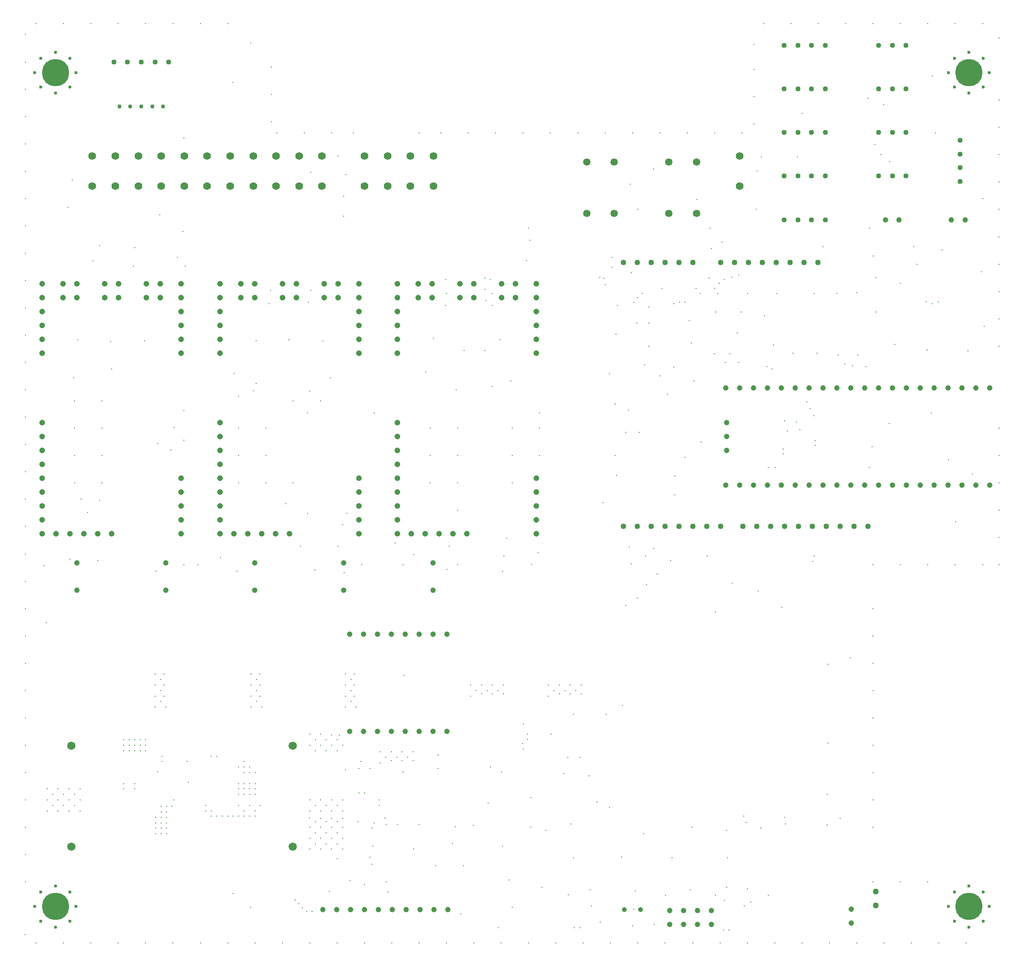
<source format=gbr>
%TF.GenerationSoftware,KiCad,Pcbnew,7.0.11+1*%
%TF.CreationDate,2024-04-25T18:59:41+00:00*%
%TF.ProjectId,OpenMowerMainboard,4f70656e-4d6f-4776-9572-4d61696e626f,rev?*%
%TF.SameCoordinates,Original*%
%TF.FileFunction,Plated,1,2,PTH,Mixed*%
%TF.FilePolarity,Positive*%
%FSLAX46Y46*%
G04 Gerber Fmt 4.6, Leading zero omitted, Abs format (unit mm)*
G04 Created by KiCad (PCBNEW 7.0.11+1) date 2024-04-25 18:59:41*
%MOMM*%
%LPD*%
G01*
G04 APERTURE LIST*
%TA.AperFunction,ViaDrill*%
%ADD10C,0.300000*%
%TD*%
%TA.AperFunction,ComponentDrill*%
%ADD11C,0.600000*%
%TD*%
%TA.AperFunction,ComponentDrill*%
%ADD12C,0.750000*%
%TD*%
%TA.AperFunction,ComponentDrill*%
%ADD13C,0.900000*%
%TD*%
%TA.AperFunction,ComponentDrill*%
%ADD14C,0.950000*%
%TD*%
G04 aperture for slot hole*
%TA.AperFunction,ComponentDrill*%
%ADD15C,1.000000*%
%TD*%
%TA.AperFunction,ComponentDrill*%
%ADD16C,1.000000*%
%TD*%
%TA.AperFunction,ComponentDrill*%
%ADD17C,1.016000*%
%TD*%
%TA.AperFunction,ComponentDrill*%
%ADD18C,1.100023*%
%TD*%
%TA.AperFunction,ComponentDrill*%
%ADD19C,1.350000*%
%TD*%
%TA.AperFunction,ComponentDrill*%
%ADD20C,1.400000*%
%TD*%
%TA.AperFunction,ComponentDrill*%
%ADD21C,1.500000*%
%TD*%
%TA.AperFunction,ComponentDrill*%
%ADD22C,5.000000*%
%TD*%
G04 APERTURE END LIST*
D10*
X20984129Y-187598534D03*
X20990822Y-22999444D03*
X20990822Y-27999444D03*
X20990822Y-32999444D03*
X20990822Y-37999444D03*
X20990822Y-42999444D03*
X20990822Y-47999444D03*
X20990822Y-52999444D03*
X20990822Y-57999444D03*
X20990822Y-62999444D03*
X20990822Y-67999444D03*
X20990822Y-72999444D03*
X20990822Y-77999444D03*
X20990822Y-82999444D03*
X20990822Y-87999444D03*
X20990822Y-92999444D03*
X20990822Y-97999444D03*
X20990822Y-102999444D03*
X20990822Y-107999444D03*
X20990822Y-112999444D03*
X20990822Y-117999444D03*
X20990822Y-122999444D03*
X20990822Y-127999444D03*
X20990822Y-132999444D03*
X20990822Y-137999444D03*
X20990822Y-142999444D03*
X20990822Y-147999444D03*
X20990822Y-152999444D03*
X20990822Y-157999444D03*
X20990822Y-162999444D03*
X20990822Y-167999444D03*
X20990822Y-172999444D03*
X20990822Y-177999444D03*
X22997832Y-189198418D03*
X23000000Y-21000000D03*
X24384000Y-120142000D03*
X24800000Y-130600000D03*
X25000000Y-161000000D03*
X25000000Y-163000000D03*
X25000000Y-165000000D03*
X26000000Y-162000000D03*
X26000000Y-164000000D03*
X27000000Y-161000000D03*
X27000000Y-163000000D03*
X27000000Y-165000000D03*
X27997832Y-189198418D03*
X28000000Y-21000000D03*
X28000000Y-162000000D03*
X28000000Y-164000000D03*
X28800000Y-54600000D03*
X29000000Y-161000000D03*
X29000000Y-163000000D03*
X29000000Y-165000000D03*
X29200000Y-119000000D03*
X29600000Y-49600000D03*
X29800000Y-85800000D03*
X30000000Y-90000000D03*
X30000000Y-95000000D03*
X30000000Y-100000000D03*
X30000000Y-105000000D03*
X30000000Y-162000000D03*
X30000000Y-164000000D03*
X30600000Y-78800000D03*
X31000000Y-161000000D03*
X31000000Y-163000000D03*
X31000000Y-165000000D03*
X31200000Y-108000000D03*
X32400000Y-110400000D03*
X32997832Y-189198418D03*
X33000000Y-21000000D03*
X33400000Y-64400000D03*
X34200000Y-119200000D03*
X34600000Y-61600000D03*
X34600000Y-108200000D03*
X35000000Y-90000000D03*
X35000000Y-95000000D03*
X35000000Y-100000000D03*
X35000000Y-105000000D03*
X36600000Y-79200000D03*
X36800000Y-84200000D03*
X37997832Y-189198418D03*
X38000000Y-21000000D03*
X39000000Y-152000000D03*
X39000000Y-153000000D03*
X39000000Y-154000000D03*
X39000000Y-160000000D03*
X39000000Y-161000000D03*
X40000000Y-152000000D03*
X40000000Y-153000000D03*
X40000000Y-154000000D03*
X40800000Y-65400000D03*
X41000000Y-62000000D03*
X41000000Y-152000000D03*
X41000000Y-153000000D03*
X41000000Y-154000000D03*
X41000000Y-160000000D03*
X41000000Y-161000000D03*
X42000000Y-152000000D03*
X42000000Y-153000000D03*
X42000000Y-154000000D03*
X42800000Y-79000000D03*
X42997832Y-189198418D03*
X43000000Y-21000000D03*
X43000000Y-152000000D03*
X43000000Y-153000000D03*
X43000000Y-154000000D03*
X44720000Y-140002000D03*
X44720000Y-142002000D03*
X44720000Y-144002000D03*
X44720000Y-146002000D03*
X44800000Y-166200000D03*
X44800000Y-167200000D03*
X44800000Y-168200000D03*
X44800000Y-169200000D03*
X44945500Y-121200000D03*
X45200000Y-97800000D03*
X45200000Y-157800000D03*
X45600000Y-56000000D03*
X45720000Y-141002000D03*
X45720000Y-143002000D03*
X45720000Y-145002000D03*
X45800000Y-164200000D03*
X45800000Y-165200000D03*
X45800000Y-166200000D03*
X45800000Y-167200000D03*
X45800000Y-168200000D03*
X45800000Y-169200000D03*
X46000000Y-155000000D03*
X46000000Y-156000000D03*
X46338000Y-140002000D03*
X46338000Y-142002000D03*
X46338000Y-144002000D03*
X46720000Y-146002000D03*
X46800000Y-164200000D03*
X46800000Y-165200000D03*
X46800000Y-166200000D03*
X46800000Y-167200000D03*
X46800000Y-168200000D03*
X46800000Y-169200000D03*
X47600000Y-99000000D03*
X47800000Y-164200000D03*
X47997832Y-189198418D03*
X48000000Y-21000000D03*
X48100000Y-163000000D03*
X48200000Y-94800000D03*
X48800000Y-63800000D03*
X49800000Y-59000000D03*
X50000000Y-41910000D03*
X50000000Y-91800000D03*
X50000000Y-97200000D03*
X50000000Y-120000000D03*
X50200000Y-65400000D03*
X50600000Y-156000000D03*
X50800000Y-159816800D03*
X52500000Y-120000000D03*
X52997832Y-189198418D03*
X53000000Y-21000000D03*
X54000000Y-164000000D03*
X54000000Y-165000000D03*
X55000000Y-155000000D03*
X55000000Y-165000000D03*
X55000000Y-166000000D03*
X56000000Y-155000000D03*
X56000000Y-166000000D03*
X56642000Y-118618000D03*
X57000000Y-166000000D03*
X57997832Y-189198418D03*
X58000000Y-21000000D03*
X58000000Y-166000000D03*
X58928000Y-31750000D03*
X58928000Y-180086000D03*
X59000000Y-166000000D03*
X59200000Y-85000000D03*
X59690000Y-121158000D03*
X60000000Y-89199010D03*
X60000000Y-95000000D03*
X60000000Y-100000000D03*
X60000000Y-105000000D03*
X60000000Y-157000000D03*
X60000000Y-160000000D03*
X60000000Y-161000000D03*
X60000000Y-162000000D03*
X60000000Y-164000000D03*
X60000000Y-166000000D03*
X61000000Y-156000000D03*
X61000000Y-157000000D03*
X61000000Y-158000000D03*
X61000000Y-160000000D03*
X61000000Y-161000000D03*
X61000000Y-162000000D03*
X61000000Y-165000000D03*
X61000000Y-166000000D03*
X62000000Y-157000000D03*
X62000000Y-158000000D03*
X62000000Y-160000000D03*
X62000000Y-161000000D03*
X62000000Y-162000000D03*
X62000000Y-164000000D03*
X62000000Y-166000000D03*
X62200000Y-24600000D03*
X62200000Y-182600000D03*
X62246000Y-140002000D03*
X62246000Y-142002000D03*
X62246000Y-144002000D03*
X62246000Y-146002000D03*
X62660156Y-88187667D03*
X62997832Y-189198418D03*
X63000000Y-158000000D03*
X63000000Y-160000000D03*
X63000000Y-161000000D03*
X63000000Y-162000000D03*
X63000000Y-165000000D03*
X63000000Y-166000000D03*
X63200000Y-79000000D03*
X63200000Y-86800000D03*
X63246000Y-141002000D03*
X63246000Y-143002000D03*
X63246000Y-145002000D03*
X63864000Y-140002000D03*
X63864000Y-142002000D03*
X63864000Y-144002000D03*
X64000000Y-164000000D03*
X64246000Y-146002000D03*
X65000000Y-95000000D03*
X65000000Y-100000000D03*
X65000000Y-105000000D03*
X65600000Y-72200000D03*
X65800000Y-69800000D03*
X65991231Y-28997250D03*
X65991231Y-33997250D03*
X65991231Y-38997250D03*
X67000000Y-41000000D03*
X67997832Y-189198418D03*
X68600000Y-108800000D03*
X69200000Y-78800000D03*
X70000000Y-90000000D03*
X70000000Y-105000000D03*
X70300000Y-181300000D03*
X71000000Y-182000000D03*
X71302823Y-116640000D03*
X71700000Y-182700000D03*
X72000000Y-41000000D03*
X72400000Y-183400000D03*
X72600000Y-92200000D03*
X72600000Y-110600000D03*
X72800000Y-72000000D03*
X72943657Y-166304301D03*
X72997832Y-189198418D03*
X73000000Y-88200000D03*
X73000000Y-151000000D03*
X73000000Y-153000000D03*
X73000000Y-163000000D03*
X73000000Y-165000000D03*
X73000000Y-168000000D03*
X73000000Y-170000000D03*
X73000000Y-172000000D03*
X73200000Y-48200000D03*
X73200000Y-69800000D03*
X73400000Y-183400000D03*
X73914000Y-120904000D03*
X74000000Y-152000000D03*
X74000000Y-154000000D03*
X74000000Y-164000000D03*
X74000000Y-167000000D03*
X74000000Y-169000000D03*
X74000000Y-171000000D03*
X75000000Y-90000000D03*
X75000000Y-151000000D03*
X75000000Y-153000000D03*
X75000000Y-163000000D03*
X75000000Y-165000000D03*
X75000000Y-166349500D03*
X75000000Y-168000000D03*
X75000000Y-170000000D03*
X75000000Y-172000000D03*
X75400000Y-79000000D03*
X76000000Y-152000000D03*
X76000000Y-154000000D03*
X76000000Y-164000000D03*
X76000000Y-167000000D03*
X76000000Y-169000000D03*
X76000000Y-171000000D03*
X76600000Y-179800000D03*
X76800000Y-85800000D03*
X77000000Y-41000000D03*
X77000000Y-151144500D03*
X77000000Y-153000000D03*
X77000000Y-163000000D03*
X77000000Y-165000000D03*
X77000000Y-166349500D03*
X77000000Y-168000000D03*
X77000000Y-170000000D03*
X77000000Y-172000000D03*
X77997832Y-189198418D03*
X78000000Y-152000000D03*
X78000000Y-154000000D03*
X78000000Y-164000000D03*
X78000000Y-167000000D03*
X78000000Y-169000000D03*
X78000000Y-171000000D03*
X78000000Y-173750000D03*
X78172000Y-116639998D03*
X78200000Y-45200000D03*
X78435200Y-151144500D03*
X79000000Y-112600000D03*
X79000000Y-153000000D03*
X79000000Y-163000000D03*
X79000000Y-165000000D03*
X79000000Y-166349500D03*
X79000000Y-168000000D03*
X79000000Y-170000000D03*
X79000000Y-172000000D03*
X79200000Y-52600000D03*
X79200000Y-56200000D03*
X79248000Y-121412000D03*
X79500000Y-157500000D03*
X79518000Y-140002000D03*
X79518000Y-142002000D03*
X79518000Y-144002000D03*
X79518000Y-146002000D03*
X79600000Y-48600000D03*
X79800000Y-110600000D03*
X80375700Y-177752000D03*
X80518000Y-141002000D03*
X80518000Y-143002000D03*
X80518000Y-145002000D03*
X81000000Y-41000000D03*
X81136000Y-140002000D03*
X81136000Y-142002000D03*
X81136000Y-144002000D03*
X81518000Y-146002000D03*
X81850500Y-167000000D03*
X82000000Y-157250000D03*
X82000000Y-161750000D03*
X82350500Y-156000000D03*
X82500000Y-120000000D03*
X82997832Y-189198418D03*
X83000000Y-161749500D03*
X83000000Y-178500000D03*
X84000000Y-157250000D03*
X84000000Y-173500000D03*
X84324750Y-168175250D03*
X84359200Y-174752000D03*
X84500000Y-171500000D03*
X84750000Y-167250000D03*
X84800000Y-92200000D03*
X85750000Y-163000000D03*
X85750000Y-164000000D03*
X85897200Y-154185600D03*
X85897200Y-156185600D03*
X86709266Y-166290734D03*
X86897200Y-155185600D03*
X87000000Y-167500000D03*
X87000000Y-178000000D03*
X87325200Y-179882800D03*
X87897200Y-154185600D03*
X87897200Y-155803600D03*
X87997832Y-189198418D03*
X88595200Y-115976400D03*
X88897200Y-155185600D03*
X89000000Y-167500000D03*
X89897200Y-154185600D03*
X89897200Y-155803600D03*
X89999500Y-157901997D03*
X90000000Y-120000000D03*
X90170000Y-140208000D03*
X90897200Y-155185600D03*
X91897200Y-154185600D03*
X91897200Y-155803600D03*
X91948000Y-118110000D03*
X92000000Y-172000000D03*
X92997832Y-189198418D03*
X93000000Y-41000000D03*
X93000000Y-167500000D03*
X94200000Y-84800000D03*
X95000000Y-95000000D03*
X95000000Y-100000000D03*
X95000000Y-105000000D03*
X95600000Y-78600000D03*
X96000000Y-175000000D03*
X96451023Y-157251023D03*
X96457182Y-154817000D03*
X97000000Y-41000000D03*
X97786139Y-67813861D03*
X97800000Y-72600000D03*
X97997832Y-189198418D03*
X98000000Y-70400000D03*
X98094800Y-120853200D03*
X98501200Y-116639998D03*
X99060000Y-170942000D03*
X99568000Y-167894000D03*
X99800000Y-88000000D03*
X100000000Y-95000000D03*
X100000000Y-100000000D03*
X100000000Y-105000000D03*
X100000000Y-110000000D03*
X100000000Y-120000000D03*
X100634800Y-183794400D03*
X101092000Y-175006000D03*
X101200000Y-80800000D03*
X102000000Y-41000000D03*
X102410000Y-142002000D03*
X102410000Y-144002000D03*
X102870000Y-167640000D03*
X102997832Y-189198418D03*
X103410000Y-143002000D03*
X104410000Y-142002000D03*
X104410000Y-143620000D03*
X105000000Y-67600000D03*
X105000000Y-69600000D03*
X105000000Y-80800000D03*
X105200000Y-71600000D03*
X105410000Y-143002000D03*
X105600000Y-163600000D03*
X106000000Y-67800000D03*
X106000000Y-157000000D03*
X106400000Y-70400000D03*
X106400000Y-72600000D03*
X106400000Y-87400000D03*
X106410000Y-142002000D03*
X106410000Y-143620000D03*
X107000000Y-41000000D03*
X107410000Y-143002000D03*
X107442002Y-186400000D03*
X107800000Y-78800000D03*
X107997832Y-189198418D03*
X108074287Y-157946730D03*
X108204000Y-121158000D03*
X108204000Y-171450000D03*
X108410000Y-142002000D03*
X108410000Y-143620000D03*
X108458000Y-118364000D03*
X109000000Y-115200000D03*
X109423911Y-177623911D03*
X109800000Y-86400000D03*
X110000000Y-95000000D03*
X110000000Y-100000000D03*
X110000000Y-105000000D03*
X110000000Y-182600000D03*
X111874500Y-152654000D03*
X112000000Y-41000000D03*
X112014000Y-149098000D03*
X112014000Y-153670000D03*
X112600000Y-64400000D03*
X112776000Y-150973468D03*
X112776000Y-151892000D03*
X112997832Y-189198418D03*
X113000500Y-58400000D03*
X113200000Y-60600000D03*
X113371378Y-162572500D03*
X113400000Y-168000000D03*
X113538000Y-119888000D03*
X114800000Y-117800000D03*
X115000000Y-92200000D03*
X115000000Y-95000000D03*
X115000000Y-100000000D03*
X115400000Y-179000000D03*
X116200000Y-168600000D03*
X116634000Y-142002000D03*
X116634000Y-144002000D03*
X117000000Y-41000000D03*
X117094000Y-150977600D03*
X117634000Y-143002000D03*
X117997832Y-189198418D03*
X118634000Y-142002000D03*
X118634000Y-143620000D03*
X119400000Y-158200000D03*
X119634000Y-143002000D03*
X120203199Y-155203199D03*
X120294400Y-180390800D03*
X120634000Y-142002000D03*
X120634000Y-143620000D03*
X120800000Y-167400000D03*
X121158000Y-147320000D03*
X121200000Y-173600000D03*
X121400000Y-186400000D03*
X121634000Y-143002000D03*
X122000000Y-41000000D03*
X122368001Y-155203199D03*
X122400000Y-186400000D03*
X122634000Y-142002000D03*
X122634000Y-143620000D03*
X122997832Y-189198418D03*
X124100000Y-158600000D03*
X124206000Y-179400000D03*
X124460000Y-182372000D03*
X125508000Y-163322000D03*
X126000000Y-67400000D03*
X126136400Y-185318400D03*
X126600000Y-108600000D03*
X126800000Y-67600000D03*
X126999501Y-68799501D03*
X127000000Y-41000000D03*
X127203200Y-147370800D03*
X127783000Y-164317000D03*
X127800000Y-85000000D03*
X127997832Y-189198418D03*
X128200000Y-63800000D03*
X128230814Y-65600000D03*
X128800000Y-90600000D03*
X128800000Y-100000000D03*
X129000000Y-77800000D03*
X129100000Y-103687184D03*
X129200000Y-72600000D03*
X129962411Y-173437589D03*
X130149600Y-145745200D03*
X130726256Y-127435927D03*
X130801000Y-95749000D03*
X131300000Y-91700000D03*
X131409500Y-116800000D03*
X131600000Y-50400000D03*
X131800000Y-66600000D03*
X131800000Y-119800000D03*
X132000000Y-41000000D03*
X132000000Y-186000000D03*
X132200000Y-72000000D03*
X132200000Y-183000000D03*
X132534575Y-179645300D03*
X132800000Y-75800000D03*
X132842000Y-126085600D03*
X132875500Y-71163365D03*
X132997832Y-189198418D03*
X133000000Y-55000000D03*
X133200000Y-95800000D03*
X133800000Y-70400000D03*
X134000000Y-169198003D03*
X134200000Y-83400000D03*
X134400000Y-118400000D03*
X134580359Y-123611569D03*
X135000000Y-72800000D03*
X135000000Y-75800000D03*
X135000000Y-80000000D03*
X135800000Y-47600000D03*
X135800000Y-117000000D03*
X136000000Y-185800000D03*
X136480966Y-121681216D03*
X137000000Y-41000000D03*
X137000000Y-85400000D03*
X137400000Y-69400000D03*
X137997832Y-189198418D03*
X138000000Y-180400000D03*
X138400000Y-88800000D03*
X139000000Y-119200000D03*
X139200000Y-173600000D03*
X139600000Y-72200000D03*
X139600000Y-83800000D03*
X139700000Y-103700000D03*
X139735500Y-107204011D03*
X140600000Y-72000000D03*
X141600000Y-72000000D03*
X141605000Y-100330000D03*
X142000000Y-41000000D03*
X142400000Y-75400000D03*
X142600000Y-179400000D03*
X142800000Y-79400000D03*
X142875000Y-168021000D03*
X142997832Y-189198418D03*
X143200000Y-86400000D03*
X143600000Y-69400000D03*
X143800000Y-53200000D03*
X144400000Y-70400000D03*
X144595123Y-97550967D03*
X145669003Y-118350990D03*
X146000000Y-67600000D03*
X146200000Y-58400000D03*
X146400000Y-62200000D03*
X147000000Y-41000000D03*
X147000000Y-69400000D03*
X147000000Y-81400000D03*
X147200000Y-73800000D03*
X147200000Y-128600000D03*
X147200000Y-180400000D03*
X147600000Y-70400000D03*
X147850500Y-68518023D03*
X147997832Y-189198418D03*
X148400000Y-61000000D03*
X148598058Y-186800208D03*
X148800000Y-67800000D03*
X148800000Y-181400000D03*
X149000000Y-82999500D03*
X149200000Y-168600000D03*
X149200000Y-179000000D03*
X149400000Y-173600000D03*
X149600000Y-186800000D03*
X149800000Y-81400000D03*
X150176089Y-67376089D03*
X150200000Y-123400000D03*
X151200000Y-77600000D03*
X151400000Y-67000000D03*
X151400000Y-82999500D03*
X151800000Y-73800000D03*
X152000000Y-41000000D03*
X152349200Y-165949500D03*
X152400000Y-182400000D03*
X152806400Y-167182800D03*
X152997832Y-189198418D03*
X153000000Y-70358000D03*
X153060400Y-179222400D03*
X153600000Y-181711600D03*
X154200000Y-24800000D03*
X154200000Y-29400000D03*
X154200000Y-34400000D03*
X154200000Y-39400000D03*
X154600000Y-55000000D03*
X154800000Y-48000000D03*
X155000000Y-124800000D03*
X155448002Y-168200000D03*
X155600000Y-45400000D03*
X156000000Y-21000000D03*
X156200000Y-74400000D03*
X156600000Y-83784500D03*
X156800000Y-180400000D03*
X156845000Y-102235000D03*
X157480000Y-84200000D03*
X157800000Y-79800000D03*
X157997832Y-189198418D03*
X158115000Y-102235000D03*
X158400000Y-70400000D03*
X159300000Y-127800000D03*
X159530752Y-98853826D03*
X159537400Y-99695000D03*
X159800000Y-166200000D03*
X159837755Y-93616223D03*
X160000000Y-167400000D03*
X160274000Y-95504000D03*
X161000000Y-21000000D03*
X161290000Y-81280000D03*
X162031411Y-93873589D03*
X162200000Y-45400000D03*
X162560000Y-95250000D03*
X162997832Y-189198418D03*
X163000000Y-37400000D03*
X163830000Y-90170000D03*
X164465000Y-91440000D03*
X165000000Y-119400000D03*
X165100000Y-92710000D03*
X165200000Y-70400000D03*
X165200000Y-118400000D03*
X165354000Y-97332800D03*
X165354000Y-98145600D03*
X165735000Y-81280000D03*
X166000000Y-21000000D03*
X166800000Y-61800000D03*
X167600000Y-162000000D03*
X167600000Y-167600000D03*
X167800000Y-138200000D03*
X167800000Y-152600000D03*
X167997832Y-189198418D03*
X169400000Y-70400000D03*
X169600000Y-81600000D03*
X170000000Y-166400000D03*
X170815000Y-83200000D03*
X171000000Y-21000000D03*
X171800000Y-137000000D03*
X172212000Y-83566000D03*
X172997832Y-189198418D03*
X173000000Y-70200000D03*
X173200000Y-81600000D03*
X174701200Y-83769200D03*
X175000000Y-34600000D03*
X175260000Y-102235000D03*
X175400000Y-58400000D03*
X175840622Y-98412800D03*
X176000000Y-21000000D03*
X176000000Y-63500000D03*
X176000000Y-120000000D03*
X176000000Y-128000000D03*
X176000000Y-133000000D03*
X176000000Y-138000000D03*
X176000000Y-143000000D03*
X176000000Y-148000000D03*
X176000000Y-153000000D03*
X176000000Y-158000000D03*
X176000000Y-163000000D03*
X176000000Y-168000000D03*
X176000000Y-178000000D03*
X176300000Y-43100000D03*
X176500000Y-67500000D03*
X176600000Y-73800000D03*
X177400000Y-45000000D03*
X177900000Y-35800000D03*
X177997832Y-189198418D03*
X178943235Y-94143235D03*
X179000000Y-46200000D03*
X179920000Y-79720000D03*
X181000000Y-21000000D03*
X181000000Y-68500000D03*
X181000000Y-120000000D03*
X181000000Y-178000000D03*
X182997832Y-189198418D03*
X183400000Y-61800000D03*
X184000000Y-65000000D03*
X185720000Y-71920000D03*
X185920000Y-80720000D03*
X186000000Y-21000000D03*
X186000000Y-120000000D03*
X186000000Y-178000000D03*
X186600000Y-92200000D03*
X186800000Y-30600000D03*
X186800000Y-72200000D03*
X187400000Y-41000000D03*
X187920000Y-71920000D03*
X187997832Y-189198418D03*
X188600000Y-62400000D03*
X189800000Y-100800000D03*
X191000000Y-21000000D03*
X191000000Y-120000000D03*
X191008000Y-112115600D03*
X192997832Y-189198418D03*
X193320000Y-80870500D03*
X194200000Y-103400000D03*
X195800000Y-66400000D03*
X196000000Y-21000000D03*
X196000000Y-53000000D03*
X196000000Y-120000000D03*
X196320000Y-76400000D03*
X199000000Y-23600000D03*
X199000000Y-35000000D03*
X199000000Y-40000000D03*
X199000000Y-45000000D03*
X199000000Y-50000000D03*
X199000000Y-55000000D03*
X199000000Y-60000000D03*
X199000000Y-65000000D03*
X199000000Y-70000000D03*
X199000000Y-75000000D03*
X199000000Y-80000000D03*
X199000000Y-95000000D03*
X199000000Y-100000000D03*
X199000000Y-105000000D03*
X199000000Y-110000000D03*
X199000000Y-115000000D03*
X199000000Y-120000000D03*
D11*
%TO.C,H1*%
X22750000Y-30000000D03*
%TO.C,H2*%
X22750000Y-182500000D03*
%TO.C,H1*%
X23848350Y-27348350D03*
X23848350Y-32651650D03*
%TO.C,H2*%
X23848350Y-179848350D03*
X23848350Y-185151650D03*
%TO.C,H1*%
X26500000Y-26250000D03*
X26500000Y-33750000D03*
%TO.C,H2*%
X26500000Y-178750000D03*
X26500000Y-186250000D03*
%TO.C,H1*%
X29151650Y-27348350D03*
X29151650Y-32651650D03*
%TO.C,H2*%
X29151650Y-179848350D03*
X29151650Y-185151650D03*
%TO.C,H1*%
X30250000Y-30000000D03*
%TO.C,H2*%
X30250000Y-182500000D03*
%TO.C,H3*%
X189750000Y-30000000D03*
%TO.C,H4*%
X189750000Y-182500000D03*
%TO.C,H3*%
X190848350Y-27348350D03*
X190848350Y-32651650D03*
%TO.C,H4*%
X190848350Y-179848350D03*
X190848350Y-185151650D03*
%TO.C,H3*%
X193500000Y-26250000D03*
X193500000Y-33750000D03*
%TO.C,H4*%
X193500000Y-178750000D03*
X193500000Y-186250000D03*
%TO.C,H3*%
X196151650Y-27348350D03*
X196151650Y-32651650D03*
%TO.C,H4*%
X196151650Y-179848350D03*
X196151650Y-185151650D03*
%TO.C,H3*%
X197250000Y-30000000D03*
%TO.C,H4*%
X197250000Y-182500000D03*
D12*
%TO.C,J10*%
X38196000Y-36195000D03*
X40196000Y-36195000D03*
X42196000Y-36195000D03*
X44196000Y-36195000D03*
X46196000Y-36195000D03*
D13*
%TO.C,SW1*%
X130500000Y-183097500D03*
X133500000Y-183097500D03*
D14*
%TO.C,J4*%
X37200000Y-28000000D03*
X39700000Y-28000000D03*
X42200000Y-28000000D03*
X44700000Y-28000000D03*
X47200000Y-28000000D03*
%TO.C,J5*%
X159750000Y-25000000D03*
%TO.C,J6*%
X159750000Y-32967500D03*
%TO.C,J7*%
X159750000Y-40935000D03*
%TO.C,J8*%
X159750000Y-48902500D03*
%TO.C,J9*%
X159750000Y-56870000D03*
%TO.C,J5*%
X162250000Y-25000000D03*
%TO.C,J6*%
X162250000Y-32967500D03*
%TO.C,J7*%
X162250000Y-40935000D03*
%TO.C,J8*%
X162250000Y-48902500D03*
%TO.C,J9*%
X162250000Y-56870000D03*
%TO.C,J5*%
X164750000Y-25000000D03*
%TO.C,J6*%
X164750000Y-32967500D03*
%TO.C,J7*%
X164750000Y-40935000D03*
%TO.C,J8*%
X164750000Y-48902500D03*
%TO.C,J9*%
X164750000Y-56870000D03*
%TO.C,J5*%
X167250000Y-25000000D03*
%TO.C,J6*%
X167250000Y-32967500D03*
%TO.C,J7*%
X167250000Y-40935000D03*
%TO.C,J8*%
X167250000Y-48902500D03*
%TO.C,J9*%
X167250000Y-56870000D03*
%TO.C,J11*%
X177000000Y-25000000D03*
%TO.C,J12*%
X177000000Y-32967500D03*
%TO.C,J13*%
X177000000Y-40935000D03*
%TO.C,J14*%
X177000000Y-48902500D03*
%TO.C,J11*%
X179500000Y-25000000D03*
%TO.C,J12*%
X179500000Y-32967500D03*
%TO.C,J13*%
X179500000Y-40935000D03*
%TO.C,J14*%
X179500000Y-48902500D03*
%TO.C,J11*%
X182000000Y-25000000D03*
%TO.C,J12*%
X182000000Y-32967500D03*
%TO.C,J13*%
X182000000Y-40935000D03*
%TO.C,J14*%
X182000000Y-48902500D03*
%TO.C,J19*%
X191870000Y-42352500D03*
X191870000Y-44852500D03*
X191870000Y-47352500D03*
X191870000Y-49852500D03*
D15*
%TO.C,U4*%
X24060000Y-68595000D02*
X24060000Y-68595000D01*
X24060000Y-71135000D02*
X24060000Y-71135000D01*
X24060000Y-73675000D02*
X24060000Y-73675000D01*
X24060000Y-76215000D02*
X24060000Y-76215000D01*
X24060000Y-78755000D02*
X24060000Y-78755000D01*
X24060000Y-81295000D02*
X24060000Y-81295000D01*
X24060000Y-93995000D02*
X24060000Y-93995000D01*
X24060000Y-96535000D02*
X24060000Y-96535000D01*
X24060000Y-99075000D02*
X24060000Y-99075000D01*
X24060000Y-101615000D02*
X24060000Y-101615000D01*
X24060000Y-104155000D02*
X24060000Y-104155000D01*
X24060000Y-106695000D02*
X24060000Y-106695000D01*
X24060000Y-109235000D02*
X24060000Y-109235000D01*
X24060000Y-111775000D02*
X24060000Y-111775000D01*
X24060000Y-114315000D02*
X24060000Y-114315000D01*
X26600000Y-114315000D02*
X26600000Y-114315000D01*
X27870000Y-68595000D02*
X27870000Y-68595000D01*
X27870000Y-71135000D02*
X27870000Y-71135000D01*
X29140000Y-114315000D02*
X29140000Y-114315000D01*
X30410000Y-68595000D02*
X30410000Y-68595000D01*
X30410000Y-71135000D02*
X30410000Y-71135000D01*
D16*
%TO.C,C2*%
X30428020Y-119612400D03*
X30428020Y-124612400D03*
D15*
%TO.C,U4*%
X31680000Y-114315000D02*
X31680000Y-114315000D01*
X34220000Y-114315000D02*
X34220000Y-114315000D01*
X35490000Y-68595000D02*
X35490000Y-68595000D01*
X35490000Y-71135000D02*
X35490000Y-71135000D01*
X36760000Y-114315000D02*
X36760000Y-114315000D01*
X38030000Y-68595000D02*
X38030000Y-68595000D01*
X38030000Y-71135000D02*
X38030000Y-71135000D01*
X43110000Y-68595000D02*
X43110000Y-68595000D01*
X43110000Y-71135000D02*
X43110000Y-71135000D01*
X45650000Y-68595000D02*
X45650000Y-68595000D01*
X45650000Y-71135000D02*
X45650000Y-71135000D01*
D16*
%TO.C,C6*%
X46697015Y-119612400D03*
X46697015Y-124612400D03*
D15*
%TO.C,U4*%
X49460000Y-68595000D02*
X49460000Y-68595000D01*
X49460000Y-71135000D02*
X49460000Y-71135000D01*
X49460000Y-73675000D02*
X49460000Y-73675000D01*
X49460000Y-76215000D02*
X49460000Y-76215000D01*
X49460000Y-78755000D02*
X49460000Y-78755000D01*
X49460000Y-81295000D02*
X49460000Y-81295000D01*
X49460000Y-104155000D02*
X49460000Y-104155000D01*
X49460000Y-106695000D02*
X49460000Y-106695000D01*
X49460000Y-109235000D02*
X49460000Y-109235000D01*
X49460000Y-111775000D02*
X49460000Y-111775000D01*
X49460000Y-114315000D02*
X49460000Y-114315000D01*
%TO.C,U5*%
X56560000Y-68595000D02*
X56560000Y-68595000D01*
X56560000Y-71135000D02*
X56560000Y-71135000D01*
X56560000Y-73675000D02*
X56560000Y-73675000D01*
X56560000Y-76215000D02*
X56560000Y-76215000D01*
X56560000Y-78755000D02*
X56560000Y-78755000D01*
X56560000Y-81295000D02*
X56560000Y-81295000D01*
X56560000Y-93995000D02*
X56560000Y-93995000D01*
X56560000Y-96535000D02*
X56560000Y-96535000D01*
X56560000Y-99075000D02*
X56560000Y-99075000D01*
X56560000Y-101615000D02*
X56560000Y-101615000D01*
X56560000Y-104155000D02*
X56560000Y-104155000D01*
X56560000Y-106695000D02*
X56560000Y-106695000D01*
X56560000Y-109235000D02*
X56560000Y-109235000D01*
X56560000Y-111775000D02*
X56560000Y-111775000D01*
X56560000Y-114315000D02*
X56560000Y-114315000D01*
X59100000Y-114315000D02*
X59100000Y-114315000D01*
X60370000Y-68595000D02*
X60370000Y-68595000D01*
X60370000Y-71135000D02*
X60370000Y-71135000D01*
X61640000Y-114315000D02*
X61640000Y-114315000D01*
X62910000Y-68595000D02*
X62910000Y-68595000D01*
X62910000Y-71135000D02*
X62910000Y-71135000D01*
D16*
%TO.C,C7*%
X62966010Y-119612400D03*
X62966010Y-124612400D03*
D15*
%TO.C,U5*%
X64180000Y-114315000D02*
X64180000Y-114315000D01*
X66720000Y-114315000D02*
X66720000Y-114315000D01*
X67990000Y-68595000D02*
X67990000Y-68595000D01*
X67990000Y-71135000D02*
X67990000Y-71135000D01*
X69260000Y-114315000D02*
X69260000Y-114315000D01*
X70530000Y-68595000D02*
X70530000Y-68595000D01*
X70530000Y-71135000D02*
X70530000Y-71135000D01*
D16*
%TO.C,J20*%
X75392200Y-183083200D03*
D15*
%TO.C,U5*%
X75610000Y-68595000D02*
X75610000Y-68595000D01*
X75610000Y-71135000D02*
X75610000Y-71135000D01*
D16*
%TO.C,J20*%
X77932200Y-183083200D03*
D15*
%TO.C,U5*%
X78150000Y-68595000D02*
X78150000Y-68595000D01*
X78150000Y-71135000D02*
X78150000Y-71135000D01*
D16*
%TO.C,C3*%
X79235005Y-119612400D03*
X79235005Y-124612400D03*
%TO.C,J23*%
X80314800Y-132689600D03*
%TO.C,J16*%
X80314800Y-150469600D03*
%TO.C,J20*%
X80472200Y-183083200D03*
D15*
%TO.C,U5*%
X81960000Y-68595000D02*
X81960000Y-68595000D01*
X81960000Y-71135000D02*
X81960000Y-71135000D01*
X81960000Y-73675000D02*
X81960000Y-73675000D01*
X81960000Y-76215000D02*
X81960000Y-76215000D01*
X81960000Y-78755000D02*
X81960000Y-78755000D01*
X81960000Y-81295000D02*
X81960000Y-81295000D01*
X81960000Y-104155000D02*
X81960000Y-104155000D01*
X81960000Y-106695000D02*
X81960000Y-106695000D01*
X81960000Y-109235000D02*
X81960000Y-109235000D01*
X81960000Y-111775000D02*
X81960000Y-111775000D01*
X81960000Y-114315000D02*
X81960000Y-114315000D01*
D16*
%TO.C,J23*%
X82854800Y-132689600D03*
%TO.C,J16*%
X82854800Y-150469600D03*
%TO.C,J20*%
X83012200Y-183083200D03*
%TO.C,J23*%
X85394800Y-132689600D03*
%TO.C,J16*%
X85394800Y-150469600D03*
%TO.C,J20*%
X85552200Y-183083200D03*
%TO.C,J23*%
X87934800Y-132689600D03*
%TO.C,J16*%
X87934800Y-150469600D03*
%TO.C,J20*%
X88092200Y-183083200D03*
D15*
%TO.C,U6*%
X89060000Y-68595000D02*
X89060000Y-68595000D01*
X89060000Y-71135000D02*
X89060000Y-71135000D01*
X89060000Y-73675000D02*
X89060000Y-73675000D01*
X89060000Y-76215000D02*
X89060000Y-76215000D01*
X89060000Y-78755000D02*
X89060000Y-78755000D01*
X89060000Y-81295000D02*
X89060000Y-81295000D01*
X89060000Y-93995000D02*
X89060000Y-93995000D01*
X89060000Y-96535000D02*
X89060000Y-96535000D01*
X89060000Y-99075000D02*
X89060000Y-99075000D01*
X89060000Y-101615000D02*
X89060000Y-101615000D01*
X89060000Y-104155000D02*
X89060000Y-104155000D01*
X89060000Y-106695000D02*
X89060000Y-106695000D01*
X89060000Y-109235000D02*
X89060000Y-109235000D01*
X89060000Y-111775000D02*
X89060000Y-111775000D01*
X89060000Y-114315000D02*
X89060000Y-114315000D01*
D16*
%TO.C,J23*%
X90474800Y-132689600D03*
%TO.C,J16*%
X90474800Y-150469600D03*
%TO.C,J20*%
X90632200Y-183083200D03*
D15*
%TO.C,U6*%
X91600000Y-114315000D02*
X91600000Y-114315000D01*
X92870000Y-68595000D02*
X92870000Y-68595000D01*
X92870000Y-71135000D02*
X92870000Y-71135000D01*
D16*
%TO.C,J23*%
X93014800Y-132689600D03*
%TO.C,J16*%
X93014800Y-150469600D03*
%TO.C,J20*%
X93172200Y-183083200D03*
D15*
%TO.C,U6*%
X94140000Y-114315000D02*
X94140000Y-114315000D01*
X95410000Y-68595000D02*
X95410000Y-68595000D01*
X95410000Y-71135000D02*
X95410000Y-71135000D01*
D16*
%TO.C,C8*%
X95504000Y-119612400D03*
X95504000Y-124612400D03*
%TO.C,J23*%
X95554800Y-132689600D03*
%TO.C,J16*%
X95554800Y-150469600D03*
%TO.C,J20*%
X95712200Y-183083200D03*
D15*
%TO.C,U6*%
X96680000Y-114315000D02*
X96680000Y-114315000D01*
D16*
%TO.C,J23*%
X98094800Y-132689600D03*
%TO.C,J16*%
X98094800Y-150469600D03*
%TO.C,J20*%
X98252200Y-183083200D03*
D15*
%TO.C,U6*%
X99220000Y-114315000D02*
X99220000Y-114315000D01*
X100490000Y-68595000D02*
X100490000Y-68595000D01*
X100490000Y-71135000D02*
X100490000Y-71135000D01*
X101760000Y-114315000D02*
X101760000Y-114315000D01*
X103030000Y-68595000D02*
X103030000Y-68595000D01*
X103030000Y-71135000D02*
X103030000Y-71135000D01*
X108110000Y-68595000D02*
X108110000Y-68595000D01*
X108110000Y-71135000D02*
X108110000Y-71135000D01*
X110650000Y-68595000D02*
X110650000Y-68595000D01*
X110650000Y-71135000D02*
X110650000Y-71135000D01*
X114460000Y-68595000D02*
X114460000Y-68595000D01*
X114460000Y-71135000D02*
X114460000Y-71135000D01*
X114460000Y-73675000D02*
X114460000Y-73675000D01*
X114460000Y-76215000D02*
X114460000Y-76215000D01*
X114460000Y-78755000D02*
X114460000Y-78755000D01*
X114460000Y-81295000D02*
X114460000Y-81295000D01*
X114460000Y-104155000D02*
X114460000Y-104155000D01*
X114460000Y-106695000D02*
X114460000Y-106695000D01*
X114460000Y-109235000D02*
X114460000Y-109235000D01*
X114460000Y-111775000D02*
X114460000Y-111775000D01*
X114460000Y-114315000D02*
X114460000Y-114315000D01*
D16*
%TO.C,J22*%
X138800000Y-183260000D03*
X138800000Y-185800000D03*
X141340000Y-183260000D03*
X141340000Y-185800000D03*
X143880000Y-183260000D03*
X143880000Y-185800000D03*
X146420000Y-183260000D03*
X146420000Y-185800000D03*
%TO.C,U11*%
X149006544Y-87672104D03*
X149006544Y-105452104D03*
X149236544Y-94022104D03*
X149236544Y-96562104D03*
X149236544Y-99102104D03*
X151546544Y-87672104D03*
X151546544Y-105452104D03*
X154086544Y-87672104D03*
X154086544Y-105452104D03*
X156626544Y-87672104D03*
X156626544Y-105452104D03*
X159166544Y-87672104D03*
X159166544Y-105452104D03*
X161706544Y-87672104D03*
X161706544Y-105452104D03*
X164246544Y-87672104D03*
X164246544Y-105452104D03*
X166786544Y-87672104D03*
X166786544Y-105452104D03*
X169326544Y-87672104D03*
X169326544Y-105452104D03*
X171866544Y-87672104D03*
X171866544Y-105452104D03*
%TO.C,M1*%
X172000000Y-183000000D03*
X172000000Y-185540000D03*
%TO.C,U11*%
X174406544Y-87672104D03*
X174406544Y-105452104D03*
X176946544Y-87672104D03*
X176946544Y-105452104D03*
%TO.C,J17*%
X178250000Y-56870000D03*
%TO.C,U11*%
X179486544Y-87672104D03*
X179486544Y-105452104D03*
%TO.C,J17*%
X180750000Y-56870000D03*
%TO.C,U11*%
X182026544Y-87672104D03*
X182026544Y-105452104D03*
X184566544Y-87672104D03*
X184566544Y-105452104D03*
X187106544Y-87672104D03*
X187106544Y-105452104D03*
X189646544Y-87672104D03*
X189646544Y-105452104D03*
%TO.C,J18*%
X190320000Y-56870000D03*
%TO.C,U11*%
X192186544Y-87672104D03*
X192186544Y-105452104D03*
%TO.C,J18*%
X192820000Y-56870000D03*
%TO.C,U11*%
X194726544Y-87672104D03*
X194726544Y-105452104D03*
X197266544Y-87672104D03*
X197266544Y-105452104D03*
D17*
%TO.C,XA1*%
X130300000Y-64740000D03*
X130300000Y-113000000D03*
X132840000Y-64740000D03*
X132840000Y-113000000D03*
X135380000Y-64740000D03*
X135380000Y-113000000D03*
X137920000Y-64740000D03*
X137920000Y-113000000D03*
X140460000Y-64740000D03*
X140460000Y-113000000D03*
X143000000Y-64740000D03*
X143000000Y-113000000D03*
X145540000Y-113000000D03*
X148080000Y-64740000D03*
X148080000Y-113000000D03*
X150620000Y-64740000D03*
X152144000Y-113000000D03*
X153160000Y-64740000D03*
X154684000Y-113000000D03*
X155700000Y-64740000D03*
X157224000Y-113000000D03*
X158240000Y-64740000D03*
X159764000Y-113000000D03*
X160780000Y-64740000D03*
X162304000Y-113000000D03*
X163320000Y-64740000D03*
X164844000Y-113000000D03*
X165860000Y-64740000D03*
X167384000Y-113000000D03*
X169924000Y-113000000D03*
X172464000Y-113000000D03*
X175004000Y-113000000D03*
D18*
%TO.C,SW2*%
X176479200Y-179730400D03*
X176479200Y-182270400D03*
D19*
%TO.C,F2*%
X123675000Y-46350000D03*
%TO.C,F4*%
X123675000Y-55700000D03*
%TO.C,F2*%
X128675000Y-46350000D03*
%TO.C,F4*%
X128675000Y-55700000D03*
%TO.C,F2*%
X138675000Y-46350000D03*
%TO.C,F4*%
X138675000Y-55700000D03*
%TO.C,F2*%
X143675000Y-46350000D03*
%TO.C,F4*%
X143675000Y-55700000D03*
D20*
%TO.C,J1*%
X33250000Y-45250000D03*
X33250000Y-50750000D03*
X37450000Y-45250000D03*
X37450000Y-50750000D03*
X41650000Y-45250000D03*
X41650000Y-50750000D03*
X45850000Y-45250000D03*
X45850000Y-50750000D03*
X50050000Y-45250000D03*
X50050000Y-50750000D03*
X54250000Y-45250000D03*
X54250000Y-50750000D03*
X58450000Y-45250000D03*
X58450000Y-50750000D03*
X62650000Y-45250000D03*
X62650000Y-50750000D03*
X66850000Y-45250000D03*
X66850000Y-50750000D03*
X71050000Y-45250000D03*
X71050000Y-50750000D03*
X75250000Y-45250000D03*
X75250000Y-50750000D03*
%TO.C,J2*%
X83000000Y-45250000D03*
X83000000Y-50750000D03*
X87200000Y-45250000D03*
X87200000Y-50750000D03*
X91400000Y-45250000D03*
X91400000Y-50750000D03*
X95600000Y-45250000D03*
X95600000Y-50750000D03*
%TO.C,J3*%
X151600000Y-45250000D03*
X151600000Y-50750000D03*
D21*
%TO.C,U1*%
X29450000Y-153124000D03*
X29450000Y-171524000D03*
X69850000Y-153124000D03*
X69850000Y-171524000D03*
D22*
%TO.C,H1*%
X26500000Y-30000000D03*
%TO.C,H2*%
X26500000Y-182500000D03*
%TO.C,H3*%
X193500000Y-30000000D03*
%TO.C,H4*%
X193500000Y-182500000D03*
M02*

</source>
